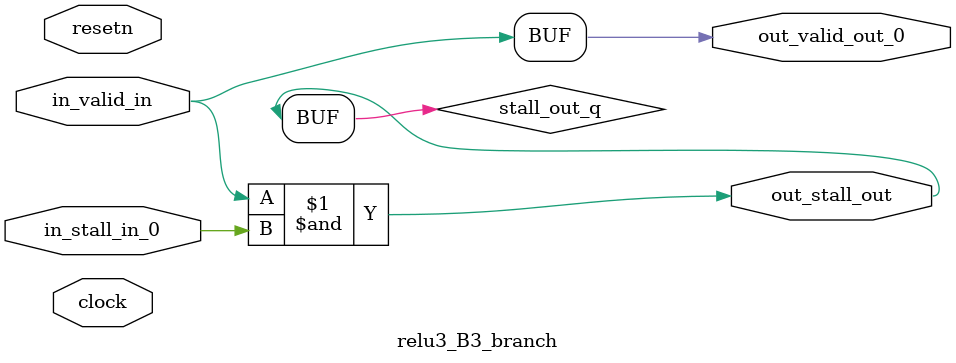
<source format=sv>



(* altera_attribute = "-name AUTO_SHIFT_REGISTER_RECOGNITION OFF; -name MESSAGE_DISABLE 10036; -name MESSAGE_DISABLE 10037; -name MESSAGE_DISABLE 14130; -name MESSAGE_DISABLE 14320; -name MESSAGE_DISABLE 15400; -name MESSAGE_DISABLE 14130; -name MESSAGE_DISABLE 10036; -name MESSAGE_DISABLE 12020; -name MESSAGE_DISABLE 12030; -name MESSAGE_DISABLE 12010; -name MESSAGE_DISABLE 12110; -name MESSAGE_DISABLE 14320; -name MESSAGE_DISABLE 13410; -name MESSAGE_DISABLE 113007; -name MESSAGE_DISABLE 10958" *)
module relu3_B3_branch (
    input wire [0:0] in_stall_in_0,
    input wire [0:0] in_valid_in,
    output wire [0:0] out_stall_out,
    output wire [0:0] out_valid_out_0,
    input wire clock,
    input wire resetn
    );

    wire [0:0] stall_out_q;


    // stall_out(LOGICAL,6)
    assign stall_out_q = in_valid_in & in_stall_in_0;

    // out_stall_out(GPOUT,4)
    assign out_stall_out = stall_out_q;

    // out_valid_out_0(GPOUT,5)
    assign out_valid_out_0 = in_valid_in;

endmodule

</source>
